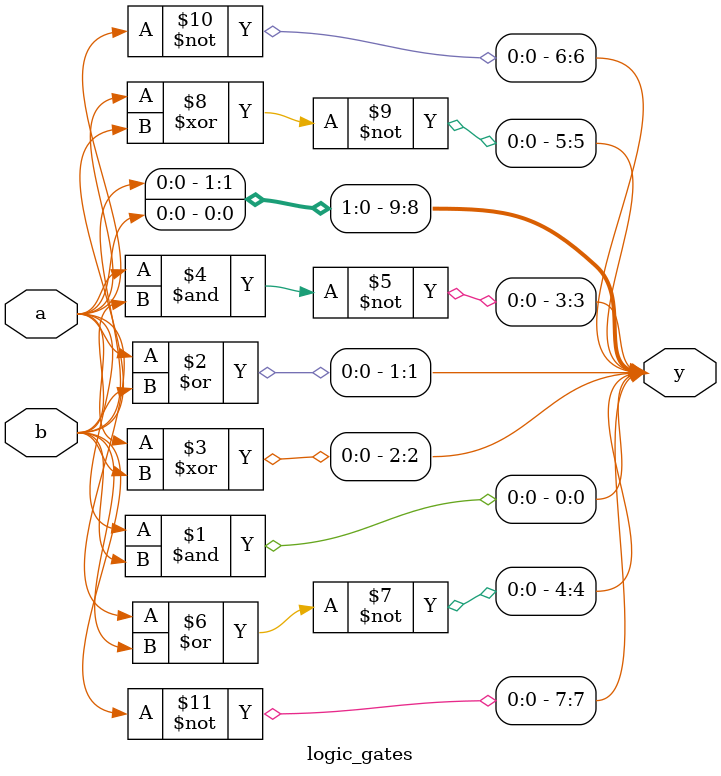
<source format=v>
module logic_gates(a,b,y);

input a,b;
output [9:0]y;

assign y[0] = a & b; //And Gate
assign y[1] = a | b; //Or Gate
assign y[2] = a ^ b; //EX-or Gate
assign y[3] = ~(a & b); //Nand Gate
assign y[4] = ~(a | b); //Nor Gate
assign y[5] = ~(a ^ b); //Ex-Nor Gate
assign y[6] = ~a; //Not of a
assign y[7] = ~b; //Not of b
assign y[8] = a; //Buffer of a
assign y[9] = b; //Buffer of b

endmodule

</source>
